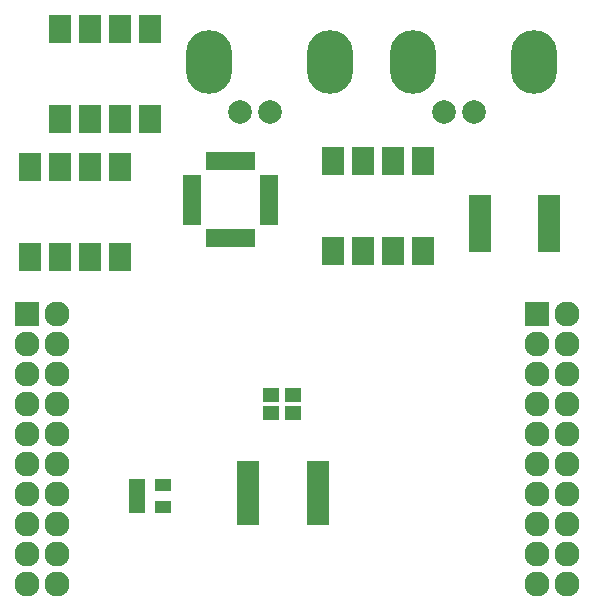
<source format=gbr>
G04 #@! TF.FileFunction,Soldermask,Top*
%FSLAX46Y46*%
G04 Gerber Fmt 4.6, Leading zero omitted, Abs format (unit mm)*
G04 Created by KiCad (PCBNEW 4.0.1-stable) date Monday, May 09, 2016 'AMt' 09:31:45 AM*
%MOMM*%
G01*
G04 APERTURE LIST*
%ADD10C,0.100000*%
%ADD11R,2.127200X2.127200*%
%ADD12O,2.127200X2.127200*%
%ADD13O,3.900120X5.401260*%
%ADD14C,2.000200*%
%ADD15R,1.460000X1.050000*%
%ADD16R,1.924000X2.432000*%
%ADD17R,1.900000X0.850000*%
%ADD18R,1.850000X0.850000*%
%ADD19R,1.600000X0.680000*%
%ADD20R,0.680000X1.600000*%
%ADD21R,1.400000X1.300000*%
G04 APERTURE END LIST*
D10*
D11*
X91694000Y-160274000D03*
D12*
X94234000Y-160274000D03*
X91694000Y-162814000D03*
X94234000Y-162814000D03*
X91694000Y-165354000D03*
X94234000Y-165354000D03*
X91694000Y-167894000D03*
X94234000Y-167894000D03*
X91694000Y-170434000D03*
X94234000Y-170434000D03*
X91694000Y-172974000D03*
X94234000Y-172974000D03*
X91694000Y-175514000D03*
X94234000Y-175514000D03*
X91694000Y-178054000D03*
X94234000Y-178054000D03*
X91694000Y-180594000D03*
X94234000Y-180594000D03*
X91694000Y-183134000D03*
X94234000Y-183134000D03*
X134874000Y-175514000D03*
X134874000Y-178054000D03*
X134874000Y-172974000D03*
X137414000Y-172974000D03*
X137414000Y-178054000D03*
X137414000Y-175514000D03*
X134874000Y-170434000D03*
X134874000Y-167894000D03*
X137414000Y-167894000D03*
X137414000Y-170434000D03*
X137414000Y-165354000D03*
X134874000Y-165354000D03*
D11*
X134874000Y-160274000D03*
D12*
X137414000Y-162814000D03*
X134874000Y-162814000D03*
X137414000Y-160274000D03*
X134874000Y-183134000D03*
X137414000Y-183134000D03*
X137414000Y-180594000D03*
X134874000Y-180594000D03*
D13*
X107170220Y-138912600D03*
X117368320Y-138912600D03*
D14*
X112268000Y-143177260D03*
X109768640Y-143177260D03*
D13*
X124442220Y-138912600D03*
X134640320Y-138912600D03*
D14*
X129540000Y-143177260D03*
X127040640Y-143177260D03*
D15*
X101008000Y-174752000D03*
X101008000Y-175702000D03*
X101008000Y-176652000D03*
X103208000Y-176652000D03*
X103208000Y-174752000D03*
D16*
X117602000Y-154940000D03*
X120142000Y-154940000D03*
X122682000Y-154940000D03*
X125222000Y-154940000D03*
X125222000Y-147320000D03*
X122682000Y-147320000D03*
X120142000Y-147320000D03*
X117602000Y-147320000D03*
X91948000Y-155448000D03*
X94488000Y-155448000D03*
X97028000Y-155448000D03*
X99568000Y-155448000D03*
X99568000Y-147828000D03*
X97028000Y-147828000D03*
X94488000Y-147828000D03*
X91948000Y-147828000D03*
X94488000Y-143764000D03*
X97028000Y-143764000D03*
X99568000Y-143764000D03*
X102108000Y-143764000D03*
X102108000Y-136144000D03*
X99568000Y-136144000D03*
X97028000Y-136144000D03*
X94488000Y-136144000D03*
D17*
X110432000Y-173138000D03*
X110432000Y-173788000D03*
X110432000Y-174438000D03*
X110432000Y-175088000D03*
X110432000Y-175738000D03*
X110432000Y-176388000D03*
X110432000Y-177038000D03*
X110432000Y-177688000D03*
X116332000Y-177688000D03*
X116332000Y-177038000D03*
X116332000Y-176388000D03*
X116332000Y-175738000D03*
X116332000Y-175088000D03*
X116332000Y-174438000D03*
X116332000Y-173788000D03*
X116332000Y-173138000D03*
D18*
X130048000Y-150674000D03*
X130048000Y-151324000D03*
X130048000Y-151974000D03*
X130048000Y-152624000D03*
X130048000Y-153274000D03*
X130048000Y-153924000D03*
X130048000Y-154574000D03*
X135948000Y-154574000D03*
X135948000Y-153924000D03*
X135948000Y-153274000D03*
X135948000Y-152624000D03*
X135948000Y-151974000D03*
X135948000Y-151324000D03*
X135948000Y-150674000D03*
D19*
X105716000Y-148872000D03*
X105716000Y-149372000D03*
X105716000Y-149872000D03*
X105716000Y-150372000D03*
X105716000Y-150872000D03*
X105716000Y-151372000D03*
X105716000Y-151872000D03*
X105716000Y-152372000D03*
D20*
X107216000Y-153872000D03*
X107716000Y-153872000D03*
X108216000Y-153872000D03*
X108716000Y-153872000D03*
X109216000Y-153872000D03*
X109716000Y-153872000D03*
X110216000Y-153872000D03*
X110716000Y-153872000D03*
D19*
X112216000Y-152372000D03*
X112216000Y-151872000D03*
X112216000Y-151372000D03*
X112216000Y-150872000D03*
X112216000Y-150372000D03*
X112216000Y-149872000D03*
X112216000Y-149372000D03*
X112216000Y-148872000D03*
D20*
X110716000Y-147372000D03*
X110216000Y-147372000D03*
X109716000Y-147372000D03*
X109216000Y-147372000D03*
X108716000Y-147372000D03*
X108216000Y-147372000D03*
X107716000Y-147372000D03*
X107216000Y-147372000D03*
D21*
X112359000Y-168669000D03*
X114209000Y-168669000D03*
X114209000Y-167119000D03*
X112359000Y-167119000D03*
M02*

</source>
